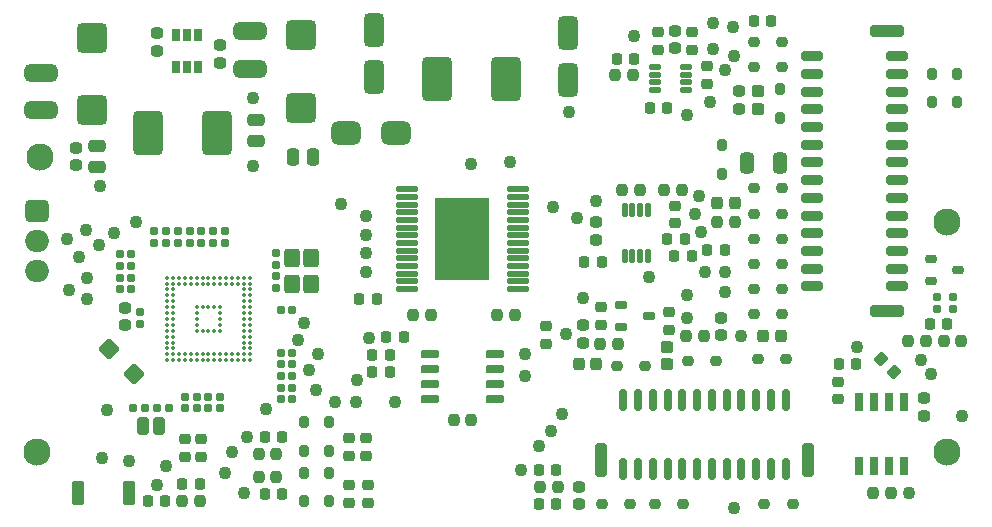
<source format=gts>
G04*
G04 #@! TF.GenerationSoftware,Altium Limited,Altium Designer,22.6.1 (34)*
G04*
G04 Layer_Color=8388736*
%FSLAX44Y44*%
%MOMM*%
G71*
G04*
G04 #@! TF.SameCoordinates,0BC7250A-E466-409B-9AFC-A4DADF5EADDD*
G04*
G04*
G04 #@! TF.FilePolarity,Negative*
G04*
G01*
G75*
G04:AMPARAMS|DCode=58|XSize=3.7mm|YSize=2.5mm|CornerRadius=0.35mm|HoleSize=0mm|Usage=FLASHONLY|Rotation=270.000|XOffset=0mm|YOffset=0mm|HoleType=Round|Shape=RoundedRectangle|*
%AMROUNDEDRECTD58*
21,1,3.7000,1.8000,0,0,270.0*
21,1,3.0000,2.5000,0,0,270.0*
1,1,0.7000,-0.9000,-1.5000*
1,1,0.7000,-0.9000,1.5000*
1,1,0.7000,0.9000,1.5000*
1,1,0.7000,0.9000,-1.5000*
%
%ADD58ROUNDEDRECTD58*%
%ADD59C,1.1000*%
G04:AMPARAMS|DCode=60|XSize=1.4mm|YSize=1.4mm|CornerRadius=0.2125mm|HoleSize=0mm|Usage=FLASHONLY|Rotation=45.000|XOffset=0mm|YOffset=0mm|HoleType=Round|Shape=RoundedRectangle|*
%AMROUNDEDRECTD60*
21,1,1.4000,0.9750,0,0,45.0*
21,1,0.9750,1.4000,0,0,45.0*
1,1,0.4250,0.6894,0.0000*
1,1,0.4250,0.0000,-0.6894*
1,1,0.4250,-0.6894,0.0000*
1,1,0.4250,0.0000,0.6894*
%
%ADD60ROUNDEDRECTD60*%
%ADD61R,4.6000X7.0000*%
G04:AMPARAMS|DCode=62|XSize=1.85mm|YSize=0.53mm|CornerRadius=0.1575mm|HoleSize=0mm|Usage=FLASHONLY|Rotation=180.000|XOffset=0mm|YOffset=0mm|HoleType=Round|Shape=RoundedRectangle|*
%AMROUNDEDRECTD62*
21,1,1.8500,0.2150,0,0,180.0*
21,1,1.5350,0.5300,0,0,180.0*
1,1,0.3150,-0.7675,0.1075*
1,1,0.3150,0.7675,0.1075*
1,1,0.3150,0.7675,-0.1075*
1,1,0.3150,-0.7675,-0.1075*
%
%ADD62ROUNDEDRECTD62*%
G04:AMPARAMS|DCode=63|XSize=0.7mm|YSize=1.1mm|CornerRadius=0.2mm|HoleSize=0mm|Usage=FLASHONLY|Rotation=180.000|XOffset=0mm|YOffset=0mm|HoleType=Round|Shape=RoundedRectangle|*
%AMROUNDEDRECTD63*
21,1,0.7000,0.7000,0,0,180.0*
21,1,0.3000,1.1000,0,0,180.0*
1,1,0.4000,-0.1500,0.3500*
1,1,0.4000,0.1500,0.3500*
1,1,0.4000,0.1500,-0.3500*
1,1,0.4000,-0.1500,-0.3500*
%
%ADD63ROUNDEDRECTD63*%
G04:AMPARAMS|DCode=64|XSize=0.75mm|YSize=1.55mm|CornerRadius=0.2125mm|HoleSize=0mm|Usage=FLASHONLY|Rotation=180.000|XOffset=0mm|YOffset=0mm|HoleType=Round|Shape=RoundedRectangle|*
%AMROUNDEDRECTD64*
21,1,0.7500,1.1250,0,0,180.0*
21,1,0.3250,1.5500,0,0,180.0*
1,1,0.4250,-0.1625,0.5625*
1,1,0.4250,0.1625,0.5625*
1,1,0.4250,0.1625,-0.5625*
1,1,0.4250,-0.1625,-0.5625*
%
%ADD64ROUNDEDRECTD64*%
G04:AMPARAMS|DCode=65|XSize=0.85mm|YSize=0.95mm|CornerRadius=0.2375mm|HoleSize=0mm|Usage=FLASHONLY|Rotation=90.000|XOffset=0mm|YOffset=0mm|HoleType=Round|Shape=RoundedRectangle|*
%AMROUNDEDRECTD65*
21,1,0.8500,0.4750,0,0,90.0*
21,1,0.3750,0.9500,0,0,90.0*
1,1,0.4750,0.2375,0.1875*
1,1,0.4750,0.2375,-0.1875*
1,1,0.4750,-0.2375,-0.1875*
1,1,0.4750,-0.2375,0.1875*
%
%ADD65ROUNDEDRECTD65*%
G04:AMPARAMS|DCode=66|XSize=0.8mm|YSize=1.85mm|CornerRadius=0mm|HoleSize=0mm|Usage=FLASHONLY|Rotation=90.000|XOffset=0mm|YOffset=0mm|HoleType=Round|Shape=Octagon|*
%AMOCTAGOND66*
4,1,8,-0.9250,-0.2000,-0.9250,0.2000,-0.7250,0.4000,0.7250,0.4000,0.9250,0.2000,0.9250,-0.2000,0.7250,-0.4000,-0.7250,-0.4000,-0.9250,-0.2000,0.0*
%
%ADD66OCTAGOND66*%

G04:AMPARAMS|DCode=67|XSize=1.1mm|YSize=2.9mm|CornerRadius=0mm|HoleSize=0mm|Usage=FLASHONLY|Rotation=90.000|XOffset=0mm|YOffset=0mm|HoleType=Round|Shape=Octagon|*
%AMOCTAGOND67*
4,1,8,-1.4500,-0.2750,-1.4500,0.2750,-1.1750,0.5500,1.1750,0.5500,1.4500,0.2750,1.4500,-0.2750,1.1750,-0.5500,-1.1750,-0.5500,-1.4500,-0.2750,0.0*
%
%ADD67OCTAGOND67*%

G04:AMPARAMS|DCode=68|XSize=1.1mm|YSize=2.9mm|CornerRadius=0mm|HoleSize=0mm|Usage=FLASHONLY|Rotation=0.000|XOffset=0mm|YOffset=0mm|HoleType=Round|Shape=Octagon|*
%AMOCTAGOND68*
4,1,8,-0.2750,1.4500,0.2750,1.4500,0.5500,1.1750,0.5500,-1.1750,0.2750,-1.4500,-0.2750,-1.4500,-0.5500,-1.1750,-0.5500,1.1750,-0.2750,1.4500,0.0*
%
%ADD68OCTAGOND68*%

G04:AMPARAMS|DCode=69|XSize=0.7mm|YSize=1.85mm|CornerRadius=0mm|HoleSize=0mm|Usage=FLASHONLY|Rotation=0.000|XOffset=0mm|YOffset=0mm|HoleType=Round|Shape=Octagon|*
%AMOCTAGOND69*
4,1,8,-0.1750,0.9250,0.1750,0.9250,0.3500,0.7500,0.3500,-0.7500,0.1750,-0.9250,-0.1750,-0.9250,-0.3500,-0.7500,-0.3500,0.7500,-0.1750,0.9250,0.0*
%
%ADD69OCTAGOND69*%

G04:AMPARAMS|DCode=70|XSize=1.54mm|YSize=1.29mm|CornerRadius=0.2138mm|HoleSize=0mm|Usage=FLASHONLY|Rotation=270.000|XOffset=0mm|YOffset=0mm|HoleType=Round|Shape=RoundedRectangle|*
%AMROUNDEDRECTD70*
21,1,1.5400,0.8625,0,0,270.0*
21,1,1.1125,1.2900,0,0,270.0*
1,1,0.4275,-0.4313,-0.5563*
1,1,0.4275,-0.4313,0.5563*
1,1,0.4275,0.4313,0.5563*
1,1,0.4275,0.4313,-0.5563*
%
%ADD70ROUNDEDRECTD70*%
G04:AMPARAMS|DCode=71|XSize=1.8mm|YSize=1.15mm|CornerRadius=0.3125mm|HoleSize=0mm|Usage=FLASHONLY|Rotation=270.000|XOffset=0mm|YOffset=0mm|HoleType=Round|Shape=RoundedRectangle|*
%AMROUNDEDRECTD71*
21,1,1.8000,0.5250,0,0,270.0*
21,1,1.1750,1.1500,0,0,270.0*
1,1,0.6250,-0.2625,-0.5875*
1,1,0.6250,-0.2625,0.5875*
1,1,0.6250,0.2625,0.5875*
1,1,0.6250,0.2625,-0.5875*
%
%ADD71ROUNDEDRECTD71*%
G04:AMPARAMS|DCode=72|XSize=0.96mm|YSize=1.46mm|CornerRadius=0.18mm|HoleSize=0mm|Usage=FLASHONLY|Rotation=180.000|XOffset=0mm|YOffset=0mm|HoleType=Round|Shape=RoundedRectangle|*
%AMROUNDEDRECTD72*
21,1,0.9600,1.1000,0,0,180.0*
21,1,0.6000,1.4600,0,0,180.0*
1,1,0.3600,-0.3000,0.5500*
1,1,0.3600,0.3000,0.5500*
1,1,0.3600,0.3000,-0.5500*
1,1,0.3600,-0.3000,-0.5500*
%
%ADD72ROUNDEDRECTD72*%
G04:AMPARAMS|DCode=73|XSize=2mm|YSize=2.5mm|CornerRadius=0.525mm|HoleSize=0mm|Usage=FLASHONLY|Rotation=90.000|XOffset=0mm|YOffset=0mm|HoleType=Round|Shape=RoundedRectangle|*
%AMROUNDEDRECTD73*
21,1,2.0000,1.4500,0,0,90.0*
21,1,0.9500,2.5000,0,0,90.0*
1,1,1.0500,0.7250,0.4750*
1,1,1.0500,0.7250,-0.4750*
1,1,1.0500,-0.7250,-0.4750*
1,1,1.0500,-0.7250,0.4750*
%
%ADD73ROUNDEDRECTD73*%
G04:AMPARAMS|DCode=74|XSize=1.7mm|YSize=2.8mm|CornerRadius=0.37mm|HoleSize=0mm|Usage=FLASHONLY|Rotation=180.000|XOffset=0mm|YOffset=0mm|HoleType=Round|Shape=RoundedRectangle|*
%AMROUNDEDRECTD74*
21,1,1.7000,2.0600,0,0,180.0*
21,1,0.9600,2.8000,0,0,180.0*
1,1,0.7400,-0.4800,1.0300*
1,1,0.7400,0.4800,1.0300*
1,1,0.7400,0.4800,-1.0300*
1,1,0.7400,-0.4800,-1.0300*
%
%ADD74ROUNDEDRECTD74*%
%ADD75C,0.3400*%
G04:AMPARAMS|DCode=76|XSize=1mm|YSize=2.1mm|CornerRadius=0.1625mm|HoleSize=0mm|Usage=FLASHONLY|Rotation=0.000|XOffset=0mm|YOffset=0mm|HoleType=Round|Shape=RoundedRectangle|*
%AMROUNDEDRECTD76*
21,1,1.0000,1.7750,0,0,0.0*
21,1,0.6750,2.1000,0,0,0.0*
1,1,0.3250,0.3375,-0.8875*
1,1,0.3250,-0.3375,-0.8875*
1,1,0.3250,-0.3375,0.8875*
1,1,0.3250,0.3375,0.8875*
%
%ADD76ROUNDEDRECTD76*%
G04:AMPARAMS|DCode=77|XSize=1.05mm|YSize=0.95mm|CornerRadius=0.2625mm|HoleSize=0mm|Usage=FLASHONLY|Rotation=0.000|XOffset=0mm|YOffset=0mm|HoleType=Round|Shape=RoundedRectangle|*
%AMROUNDEDRECTD77*
21,1,1.0500,0.4250,0,0,0.0*
21,1,0.5250,0.9500,0,0,0.0*
1,1,0.5250,0.2625,-0.2125*
1,1,0.5250,-0.2625,-0.2125*
1,1,0.5250,-0.2625,0.2125*
1,1,0.5250,0.2625,0.2125*
%
%ADD77ROUNDEDRECTD77*%
G04:AMPARAMS|DCode=78|XSize=1.05mm|YSize=0.95mm|CornerRadius=0.2625mm|HoleSize=0mm|Usage=FLASHONLY|Rotation=270.000|XOffset=0mm|YOffset=0mm|HoleType=Round|Shape=RoundedRectangle|*
%AMROUNDEDRECTD78*
21,1,1.0500,0.4250,0,0,270.0*
21,1,0.5250,0.9500,0,0,270.0*
1,1,0.5250,-0.2125,-0.2625*
1,1,0.5250,-0.2125,0.2625*
1,1,0.5250,0.2125,0.2625*
1,1,0.5250,0.2125,-0.2625*
%
%ADD78ROUNDEDRECTD78*%
G04:AMPARAMS|DCode=79|XSize=2.6mm|YSize=2.55mm|CornerRadius=0.4787mm|HoleSize=0mm|Usage=FLASHONLY|Rotation=180.000|XOffset=0mm|YOffset=0mm|HoleType=Round|Shape=RoundedRectangle|*
%AMROUNDEDRECTD79*
21,1,2.6000,1.5925,0,0,180.0*
21,1,1.6425,2.5500,0,0,180.0*
1,1,0.9575,-0.8213,0.7963*
1,1,0.9575,0.8213,0.7963*
1,1,0.9575,0.8213,-0.7963*
1,1,0.9575,-0.8213,-0.7963*
%
%ADD79ROUNDEDRECTD79*%
G04:AMPARAMS|DCode=80|XSize=2.8mm|YSize=1.45mm|CornerRadius=0.3875mm|HoleSize=0mm|Usage=FLASHONLY|Rotation=180.000|XOffset=0mm|YOffset=0mm|HoleType=Round|Shape=RoundedRectangle|*
%AMROUNDEDRECTD80*
21,1,2.8000,0.6750,0,0,180.0*
21,1,2.0250,1.4500,0,0,180.0*
1,1,0.7750,-1.0125,0.3375*
1,1,0.7750,1.0125,0.3375*
1,1,0.7750,1.0125,-0.3375*
1,1,0.7750,-1.0125,-0.3375*
%
%ADD80ROUNDEDRECTD80*%
G04:AMPARAMS|DCode=81|XSize=0.75mm|YSize=0.65mm|CornerRadius=0.1875mm|HoleSize=0mm|Usage=FLASHONLY|Rotation=180.000|XOffset=0mm|YOffset=0mm|HoleType=Round|Shape=RoundedRectangle|*
%AMROUNDEDRECTD81*
21,1,0.7500,0.2750,0,0,180.0*
21,1,0.3750,0.6500,0,0,180.0*
1,1,0.3750,-0.1875,0.1375*
1,1,0.3750,0.1875,0.1375*
1,1,0.3750,0.1875,-0.1375*
1,1,0.3750,-0.1875,-0.1375*
%
%ADD81ROUNDEDRECTD81*%
G04:AMPARAMS|DCode=82|XSize=0.75mm|YSize=0.65mm|CornerRadius=0.1875mm|HoleSize=0mm|Usage=FLASHONLY|Rotation=90.000|XOffset=0mm|YOffset=0mm|HoleType=Round|Shape=RoundedRectangle|*
%AMROUNDEDRECTD82*
21,1,0.7500,0.2750,0,0,90.0*
21,1,0.3750,0.6500,0,0,90.0*
1,1,0.3750,0.1375,0.1875*
1,1,0.3750,0.1375,-0.1875*
1,1,0.3750,-0.1375,-0.1875*
1,1,0.3750,-0.1375,0.1875*
%
%ADD82ROUNDEDRECTD82*%
G04:AMPARAMS|DCode=83|XSize=1.05mm|YSize=0.95mm|CornerRadius=0.2625mm|HoleSize=0mm|Usage=FLASHONLY|Rotation=45.000|XOffset=0mm|YOffset=0mm|HoleType=Round|Shape=RoundedRectangle|*
%AMROUNDEDRECTD83*
21,1,1.0500,0.4250,0,0,45.0*
21,1,0.5250,0.9500,0,0,45.0*
1,1,0.5250,0.3359,0.0354*
1,1,0.5250,-0.0354,-0.3359*
1,1,0.5250,-0.3359,-0.0354*
1,1,0.5250,0.0354,0.3359*
%
%ADD83ROUNDEDRECTD83*%
G04:AMPARAMS|DCode=84|XSize=0.75mm|YSize=0.95mm|CornerRadius=0.2125mm|HoleSize=0mm|Usage=FLASHONLY|Rotation=90.000|XOffset=0mm|YOffset=0mm|HoleType=Round|Shape=RoundedRectangle|*
%AMROUNDEDRECTD84*
21,1,0.7500,0.5250,0,0,90.0*
21,1,0.3250,0.9500,0,0,90.0*
1,1,0.4250,0.2625,0.1625*
1,1,0.4250,0.2625,-0.1625*
1,1,0.4250,-0.2625,-0.1625*
1,1,0.4250,-0.2625,0.1625*
%
%ADD84ROUNDEDRECTD84*%
G04:AMPARAMS|DCode=85|XSize=0.85mm|YSize=0.95mm|CornerRadius=0.2375mm|HoleSize=0mm|Usage=FLASHONLY|Rotation=0.000|XOffset=0mm|YOffset=0mm|HoleType=Round|Shape=RoundedRectangle|*
%AMROUNDEDRECTD85*
21,1,0.8500,0.4750,0,0,0.0*
21,1,0.3750,0.9500,0,0,0.0*
1,1,0.4750,0.1875,-0.2375*
1,1,0.4750,-0.1875,-0.2375*
1,1,0.4750,-0.1875,0.2375*
1,1,0.4750,0.1875,0.2375*
%
%ADD85ROUNDEDRECTD85*%
G04:AMPARAMS|DCode=86|XSize=1.08mm|YSize=1.02mm|CornerRadius=0.28mm|HoleSize=0mm|Usage=FLASHONLY|Rotation=270.000|XOffset=0mm|YOffset=0mm|HoleType=Round|Shape=RoundedRectangle|*
%AMROUNDEDRECTD86*
21,1,1.0800,0.4600,0,0,270.0*
21,1,0.5200,1.0200,0,0,270.0*
1,1,0.5600,-0.2300,-0.2600*
1,1,0.5600,-0.2300,0.2600*
1,1,0.5600,0.2300,0.2600*
1,1,0.5600,0.2300,-0.2600*
%
%ADD86ROUNDEDRECTD86*%
G04:AMPARAMS|DCode=87|XSize=1.08mm|YSize=1.02mm|CornerRadius=0.28mm|HoleSize=0mm|Usage=FLASHONLY|Rotation=0.000|XOffset=0mm|YOffset=0mm|HoleType=Round|Shape=RoundedRectangle|*
%AMROUNDEDRECTD87*
21,1,1.0800,0.4600,0,0,0.0*
21,1,0.5200,1.0200,0,0,0.0*
1,1,0.5600,0.2600,-0.2300*
1,1,0.5600,-0.2600,-0.2300*
1,1,0.5600,-0.2600,0.2300*
1,1,0.5600,0.2600,0.2300*
%
%ADD87ROUNDEDRECTD87*%
G04:AMPARAMS|DCode=88|XSize=0.72mm|YSize=0.66mm|CornerRadius=0.19mm|HoleSize=0mm|Usage=FLASHONLY|Rotation=180.000|XOffset=0mm|YOffset=0mm|HoleType=Round|Shape=RoundedRectangle|*
%AMROUNDEDRECTD88*
21,1,0.7200,0.2800,0,0,180.0*
21,1,0.3400,0.6600,0,0,180.0*
1,1,0.3800,-0.1700,0.1400*
1,1,0.3800,0.1700,0.1400*
1,1,0.3800,0.1700,-0.1400*
1,1,0.3800,-0.1700,-0.1400*
%
%ADD88ROUNDEDRECTD88*%
G04:AMPARAMS|DCode=89|XSize=0.75mm|YSize=1mm|CornerRadius=0.2125mm|HoleSize=0mm|Usage=FLASHONLY|Rotation=90.000|XOffset=0mm|YOffset=0mm|HoleType=Round|Shape=RoundedRectangle|*
%AMROUNDEDRECTD89*
21,1,0.7500,0.5750,0,0,90.0*
21,1,0.3250,1.0000,0,0,90.0*
1,1,0.4250,0.2875,0.1625*
1,1,0.4250,0.2875,-0.1625*
1,1,0.4250,-0.2875,-0.1625*
1,1,0.4250,-0.2875,0.1625*
%
%ADD89ROUNDEDRECTD89*%
G04:AMPARAMS|DCode=90|XSize=1mm|YSize=0.9mm|CornerRadius=0.25mm|HoleSize=0mm|Usage=FLASHONLY|Rotation=270.000|XOffset=0mm|YOffset=0mm|HoleType=Round|Shape=RoundedRectangle|*
%AMROUNDEDRECTD90*
21,1,1.0000,0.4000,0,0,270.0*
21,1,0.5000,0.9000,0,0,270.0*
1,1,0.5000,-0.2000,-0.2500*
1,1,0.5000,-0.2000,0.2500*
1,1,0.5000,0.2000,0.2500*
1,1,0.5000,0.2000,-0.2500*
%
%ADD90ROUNDEDRECTD90*%
G04:AMPARAMS|DCode=91|XSize=1.45mm|YSize=1.05mm|CornerRadius=0.2875mm|HoleSize=0mm|Usage=FLASHONLY|Rotation=270.000|XOffset=0mm|YOffset=0mm|HoleType=Round|Shape=RoundedRectangle|*
%AMROUNDEDRECTD91*
21,1,1.4500,0.4750,0,0,270.0*
21,1,0.8750,1.0500,0,0,270.0*
1,1,0.5750,-0.2375,-0.4375*
1,1,0.5750,-0.2375,0.4375*
1,1,0.5750,0.2375,0.4375*
1,1,0.5750,0.2375,-0.4375*
%
%ADD91ROUNDEDRECTD91*%
G04:AMPARAMS|DCode=92|XSize=1.45mm|YSize=1.05mm|CornerRadius=0.2875mm|HoleSize=0mm|Usage=FLASHONLY|Rotation=180.000|XOffset=0mm|YOffset=0mm|HoleType=Round|Shape=RoundedRectangle|*
%AMROUNDEDRECTD92*
21,1,1.4500,0.4750,0,0,180.0*
21,1,0.8750,1.0500,0,0,180.0*
1,1,0.5750,-0.4375,0.2375*
1,1,0.5750,0.4375,0.2375*
1,1,0.5750,0.4375,-0.2375*
1,1,0.5750,-0.4375,-0.2375*
%
%ADD92ROUNDEDRECTD92*%
G04:AMPARAMS|DCode=93|XSize=1mm|YSize=0.9mm|CornerRadius=0.25mm|HoleSize=0mm|Usage=FLASHONLY|Rotation=0.000|XOffset=0mm|YOffset=0mm|HoleType=Round|Shape=RoundedRectangle|*
%AMROUNDEDRECTD93*
21,1,1.0000,0.4000,0,0,0.0*
21,1,0.5000,0.9000,0,0,0.0*
1,1,0.5000,0.2500,-0.2000*
1,1,0.5000,-0.2500,-0.2000*
1,1,0.5000,-0.2500,0.2000*
1,1,0.5000,0.2500,0.2000*
%
%ADD93ROUNDEDRECTD93*%
G04:AMPARAMS|DCode=94|XSize=0.7mm|YSize=0.7mm|CornerRadius=0.125mm|HoleSize=0mm|Usage=FLASHONLY|Rotation=0.000|XOffset=0mm|YOffset=0mm|HoleType=Round|Shape=RoundedRectangle|*
%AMROUNDEDRECTD94*
21,1,0.7000,0.4500,0,0,0.0*
21,1,0.4500,0.7000,0,0,0.0*
1,1,0.2500,0.2250,-0.2250*
1,1,0.2500,-0.2250,-0.2250*
1,1,0.2500,-0.2250,0.2250*
1,1,0.2500,0.2250,0.2250*
%
%ADD94ROUNDEDRECTD94*%
G04:AMPARAMS|DCode=95|XSize=0.7mm|YSize=0.7mm|CornerRadius=0.125mm|HoleSize=0mm|Usage=FLASHONLY|Rotation=270.000|XOffset=0mm|YOffset=0mm|HoleType=Round|Shape=RoundedRectangle|*
%AMROUNDEDRECTD95*
21,1,0.7000,0.4500,0,0,270.0*
21,1,0.4500,0.7000,0,0,270.0*
1,1,0.2500,-0.2250,-0.2250*
1,1,0.2500,-0.2250,0.2250*
1,1,0.2500,0.2250,0.2250*
1,1,0.2500,0.2250,-0.2250*
%
%ADD95ROUNDEDRECTD95*%
G04:AMPARAMS|DCode=96|XSize=0.75mm|YSize=1.55mm|CornerRadius=0.2125mm|HoleSize=0mm|Usage=FLASHONLY|Rotation=270.000|XOffset=0mm|YOffset=0mm|HoleType=Round|Shape=RoundedRectangle|*
%AMROUNDEDRECTD96*
21,1,0.7500,1.1250,0,0,270.0*
21,1,0.3250,1.5500,0,0,270.0*
1,1,0.4250,-0.5625,-0.1625*
1,1,0.4250,-0.5625,0.1625*
1,1,0.4250,0.5625,0.1625*
1,1,0.4250,0.5625,-0.1625*
%
%ADD96ROUNDEDRECTD96*%
G04:AMPARAMS|DCode=97|XSize=0.55mm|YSize=1.1mm|CornerRadius=0.1625mm|HoleSize=0mm|Usage=FLASHONLY|Rotation=90.000|XOffset=0mm|YOffset=0mm|HoleType=Round|Shape=RoundedRectangle|*
%AMROUNDEDRECTD97*
21,1,0.5500,0.7750,0,0,90.0*
21,1,0.2250,1.1000,0,0,90.0*
1,1,0.3250,0.3875,0.1125*
1,1,0.3250,0.3875,-0.1125*
1,1,0.3250,-0.3875,-0.1125*
1,1,0.3250,-0.3875,0.1125*
%
%ADD97ROUNDEDRECTD97*%
G04:AMPARAMS|DCode=98|XSize=0.48mm|YSize=1.18mm|CornerRadius=0.14mm|HoleSize=0mm|Usage=FLASHONLY|Rotation=0.000|XOffset=0mm|YOffset=0mm|HoleType=Round|Shape=RoundedRectangle|*
%AMROUNDEDRECTD98*
21,1,0.4800,0.9000,0,0,0.0*
21,1,0.2000,1.1800,0,0,0.0*
1,1,0.2800,0.1000,-0.4500*
1,1,0.2800,-0.1000,-0.4500*
1,1,0.2800,-0.1000,0.4500*
1,1,0.2800,0.1000,0.4500*
%
%ADD98ROUNDEDRECTD98*%
%ADD99O,2.0000X1.9000*%
G04:AMPARAMS|DCode=100|XSize=1.9mm|YSize=2mm|CornerRadius=0.41mm|HoleSize=0mm|Usage=FLASHONLY|Rotation=270.000|XOffset=0mm|YOffset=0mm|HoleType=Round|Shape=RoundedRectangle|*
%AMROUNDEDRECTD100*
21,1,1.9000,1.1800,0,0,270.0*
21,1,1.0800,2.0000,0,0,270.0*
1,1,0.8200,-0.5900,-0.5400*
1,1,0.8200,-0.5900,0.5400*
1,1,0.8200,0.5900,0.5400*
1,1,0.8200,0.5900,-0.5400*
%
%ADD100ROUNDEDRECTD100*%
%ADD101C,2.3000*%
D58*
X118500Y330000D02*
D03*
X177000D02*
D03*
X363500Y376000D02*
D03*
X422000D02*
D03*
D59*
X392000Y304000D02*
D03*
X475000Y347500D02*
D03*
X208000Y302000D02*
D03*
Y360000D02*
D03*
X78000Y285000D02*
D03*
X615000Y12500D02*
D03*
X763000Y25000D02*
D03*
X219000Y96000D02*
D03*
X328000Y102000D02*
D03*
X460000Y78000D02*
D03*
X184000Y42000D02*
D03*
X202500Y72500D02*
D03*
X200000Y25000D02*
D03*
X190000Y60000D02*
D03*
X450000Y65000D02*
D03*
X435000Y45000D02*
D03*
X469000Y92000D02*
D03*
X473000Y160000D02*
D03*
X425000Y305000D02*
D03*
X621000Y158000D02*
D03*
X303000Y228000D02*
D03*
Y212000D02*
D03*
Y260000D02*
D03*
Y244000D02*
D03*
X487000Y190000D02*
D03*
X575000Y173000D02*
D03*
X462000Y267000D02*
D03*
X585000Y277000D02*
D03*
X126000Y32000D02*
D03*
X306000Y156000D02*
D03*
X296000Y121000D02*
D03*
X84000Y95000D02*
D03*
X77500Y235000D02*
D03*
X575000Y345000D02*
D03*
X109000Y255000D02*
D03*
X90000Y245000D02*
D03*
X595000Y356000D02*
D03*
X597000Y423000D02*
D03*
X530000Y412000D02*
D03*
X66000Y248000D02*
D03*
X615000Y395000D02*
D03*
X50000Y240000D02*
D03*
X597000Y401000D02*
D03*
X607000Y383000D02*
D03*
X614000Y420000D02*
D03*
X67500Y207500D02*
D03*
X52000Y197000D02*
D03*
X582000Y261000D02*
D03*
X498000Y272000D02*
D03*
X482000Y258000D02*
D03*
X587000Y246000D02*
D03*
X246000Y155000D02*
D03*
X590000Y212500D02*
D03*
X255000Y129000D02*
D03*
X543000Y208000D02*
D03*
X607500Y195000D02*
D03*
Y212500D02*
D03*
X251000Y169000D02*
D03*
X263000Y143000D02*
D03*
X773000Y138000D02*
D03*
X261000Y112000D02*
D03*
X782000Y126000D02*
D03*
X67000Y189000D02*
D03*
X575000Y192500D02*
D03*
X808000Y90000D02*
D03*
X134000Y48000D02*
D03*
X438000Y124000D02*
D03*
X102500Y52500D02*
D03*
X719000Y149000D02*
D03*
X277000Y102000D02*
D03*
X295000Y102500D02*
D03*
X80000Y55000D02*
D03*
X438000Y143000D02*
D03*
X60000Y225000D02*
D03*
X282500Y270000D02*
D03*
D60*
X106997Y125498D02*
D03*
X85784Y146711D02*
D03*
D61*
X385000Y240000D02*
D03*
D62*
X338000Y197750D02*
D03*
Y204250D02*
D03*
Y210750D02*
D03*
Y217250D02*
D03*
Y223750D02*
D03*
Y230250D02*
D03*
Y236750D02*
D03*
Y243250D02*
D03*
Y249750D02*
D03*
Y256250D02*
D03*
Y262750D02*
D03*
Y269250D02*
D03*
Y275750D02*
D03*
Y282250D02*
D03*
X432000D02*
D03*
Y275750D02*
D03*
Y269250D02*
D03*
Y262750D02*
D03*
Y256250D02*
D03*
Y249750D02*
D03*
Y243250D02*
D03*
Y236750D02*
D03*
Y230250D02*
D03*
Y223750D02*
D03*
Y217250D02*
D03*
Y210750D02*
D03*
Y204250D02*
D03*
Y197750D02*
D03*
D63*
X142500Y412500D02*
D03*
X152000D02*
D03*
X161500D02*
D03*
Y385500D02*
D03*
X152000D02*
D03*
X142500D02*
D03*
D64*
X720950Y47750D02*
D03*
X733650D02*
D03*
X746350D02*
D03*
X759050D02*
D03*
X720950Y102250D02*
D03*
X733650D02*
D03*
X746350D02*
D03*
X759050D02*
D03*
D65*
X576000Y136500D02*
D03*
X600000D02*
D03*
X572000Y16250D02*
D03*
X548000D02*
D03*
X527000D02*
D03*
X503000D02*
D03*
X516000Y133000D02*
D03*
X540000D02*
D03*
X659000Y139000D02*
D03*
X635000D02*
D03*
X656000Y240000D02*
D03*
X632000D02*
D03*
X656000Y261000D02*
D03*
X632000D02*
D03*
X656000Y198000D02*
D03*
X632000D02*
D03*
X656000Y219000D02*
D03*
X632000D02*
D03*
X656000Y283000D02*
D03*
X632000D02*
D03*
X656000Y177000D02*
D03*
X632000D02*
D03*
X656000Y386000D02*
D03*
X632000D02*
D03*
X656000Y407000D02*
D03*
X632000D02*
D03*
X640500Y16250D02*
D03*
X664500D02*
D03*
D66*
X753250Y200000D02*
D03*
X680750D02*
D03*
X753250Y215000D02*
D03*
X680750D02*
D03*
X753250Y230000D02*
D03*
X680750D02*
D03*
X753250Y245000D02*
D03*
X680750D02*
D03*
X753250Y260000D02*
D03*
X680750D02*
D03*
X753250Y275000D02*
D03*
X680750D02*
D03*
X753250Y290000D02*
D03*
X680750D02*
D03*
X753250Y305000D02*
D03*
X680750D02*
D03*
X753250Y320000D02*
D03*
X680750D02*
D03*
X753250Y335000D02*
D03*
X680750D02*
D03*
X753250Y350000D02*
D03*
X680750D02*
D03*
X753250Y365000D02*
D03*
X680750D02*
D03*
X753250Y380000D02*
D03*
X680750D02*
D03*
X753250Y395000D02*
D03*
X680750D02*
D03*
D67*
X744250Y179000D02*
D03*
Y416000D02*
D03*
D68*
X677250Y52750D02*
D03*
X502750D02*
D03*
D69*
X658750Y104300D02*
D03*
Y45700D02*
D03*
X646250Y104300D02*
D03*
Y45700D02*
D03*
X633750Y104300D02*
D03*
Y45700D02*
D03*
X621250Y104300D02*
D03*
Y45700D02*
D03*
X608750Y104300D02*
D03*
Y45700D02*
D03*
X596250Y104300D02*
D03*
Y45700D02*
D03*
X583750Y104300D02*
D03*
Y45700D02*
D03*
X571250Y104300D02*
D03*
Y45700D02*
D03*
X558750Y104300D02*
D03*
Y45700D02*
D03*
X546250Y104300D02*
D03*
Y45700D02*
D03*
X533750Y104300D02*
D03*
Y45700D02*
D03*
X521250Y104300D02*
D03*
Y45700D02*
D03*
D70*
X241000Y224500D02*
D03*
Y202500D02*
D03*
X257000D02*
D03*
Y224500D02*
D03*
D71*
X625750Y304500D02*
D03*
X654250D02*
D03*
D72*
X114500Y81500D02*
D03*
X128500D02*
D03*
D73*
X328497Y330000D02*
D03*
X286497D02*
D03*
D74*
X310000Y377500D02*
D03*
Y417500D02*
D03*
X474502Y375000D02*
D03*
Y415000D02*
D03*
D75*
X135000Y137498D02*
D03*
Y142498D02*
D03*
Y147498D02*
D03*
Y152498D02*
D03*
Y157498D02*
D03*
Y162498D02*
D03*
Y167498D02*
D03*
Y172498D02*
D03*
Y177498D02*
D03*
Y182498D02*
D03*
Y187498D02*
D03*
Y192498D02*
D03*
Y197498D02*
D03*
Y202498D02*
D03*
Y207498D02*
D03*
X140000Y137498D02*
D03*
Y142498D02*
D03*
Y147498D02*
D03*
Y152498D02*
D03*
Y157498D02*
D03*
Y162498D02*
D03*
Y167498D02*
D03*
Y172498D02*
D03*
Y177498D02*
D03*
Y182498D02*
D03*
Y187498D02*
D03*
Y192498D02*
D03*
Y197498D02*
D03*
Y202498D02*
D03*
Y207498D02*
D03*
X145000Y137498D02*
D03*
Y142498D02*
D03*
Y202498D02*
D03*
Y207498D02*
D03*
X150000Y137498D02*
D03*
Y142498D02*
D03*
Y202498D02*
D03*
Y207498D02*
D03*
X155000Y137498D02*
D03*
Y142498D02*
D03*
Y202498D02*
D03*
Y207498D02*
D03*
X160000Y137498D02*
D03*
Y142498D02*
D03*
Y162498D02*
D03*
Y167498D02*
D03*
Y172498D02*
D03*
Y177498D02*
D03*
Y182498D02*
D03*
Y202498D02*
D03*
Y207498D02*
D03*
X165000Y137498D02*
D03*
Y142498D02*
D03*
Y162498D02*
D03*
Y182498D02*
D03*
Y202498D02*
D03*
Y207498D02*
D03*
X170000Y137498D02*
D03*
Y142498D02*
D03*
Y162498D02*
D03*
Y182498D02*
D03*
Y202498D02*
D03*
Y207498D02*
D03*
X175000Y137498D02*
D03*
Y142498D02*
D03*
Y162498D02*
D03*
Y182498D02*
D03*
Y202498D02*
D03*
Y207498D02*
D03*
X180000Y137498D02*
D03*
Y142498D02*
D03*
Y162498D02*
D03*
Y167498D02*
D03*
Y172498D02*
D03*
Y177498D02*
D03*
Y182498D02*
D03*
Y202498D02*
D03*
Y207498D02*
D03*
X185000Y137498D02*
D03*
Y142498D02*
D03*
Y202498D02*
D03*
Y207498D02*
D03*
X190000Y137498D02*
D03*
Y142498D02*
D03*
Y202498D02*
D03*
Y207498D02*
D03*
X195000Y137498D02*
D03*
Y142498D02*
D03*
Y202498D02*
D03*
Y207498D02*
D03*
X200000Y137498D02*
D03*
Y142498D02*
D03*
Y147498D02*
D03*
Y152498D02*
D03*
Y157498D02*
D03*
Y162498D02*
D03*
Y167498D02*
D03*
Y172498D02*
D03*
Y177498D02*
D03*
Y182498D02*
D03*
Y187498D02*
D03*
Y192498D02*
D03*
Y197498D02*
D03*
Y202498D02*
D03*
Y207498D02*
D03*
X205000Y137498D02*
D03*
Y142498D02*
D03*
Y147498D02*
D03*
Y152498D02*
D03*
Y157498D02*
D03*
Y162498D02*
D03*
Y167498D02*
D03*
Y172498D02*
D03*
Y177498D02*
D03*
Y182498D02*
D03*
Y187498D02*
D03*
Y192498D02*
D03*
Y197498D02*
D03*
Y202498D02*
D03*
Y207498D02*
D03*
D76*
X102500Y25000D02*
D03*
X59500D02*
D03*
D77*
X484000Y15500D02*
D03*
Y30500D02*
D03*
X126000Y399500D02*
D03*
Y414500D02*
D03*
X180000Y389500D02*
D03*
Y404500D02*
D03*
X58000Y317500D02*
D03*
Y302500D02*
D03*
X487000Y152500D02*
D03*
Y167500D02*
D03*
X604000Y173500D02*
D03*
Y158500D02*
D03*
X619000Y365500D02*
D03*
Y350500D02*
D03*
X99000Y182000D02*
D03*
Y167000D02*
D03*
X565000Y401500D02*
D03*
Y416500D02*
D03*
X498000Y239500D02*
D03*
Y254500D02*
D03*
X776000Y90500D02*
D03*
Y105500D02*
D03*
D78*
X501500Y151000D02*
D03*
X516500D02*
D03*
X227500Y58000D02*
D03*
X212500D02*
D03*
X227500Y39000D02*
D03*
X212500D02*
D03*
X465574Y30000D02*
D03*
X450574D02*
D03*
X414500Y176000D02*
D03*
X429500D02*
D03*
X358500D02*
D03*
X343500D02*
D03*
X589500Y158000D02*
D03*
X574500D02*
D03*
X147500Y18000D02*
D03*
X162500D02*
D03*
X392500Y87000D02*
D03*
X377500D02*
D03*
X514500Y379000D02*
D03*
X529500D02*
D03*
X570500Y282000D02*
D03*
X555500D02*
D03*
X535500D02*
D03*
X520500D02*
D03*
X615500Y255000D02*
D03*
X600500D02*
D03*
X732500Y25000D02*
D03*
X747500D02*
D03*
X807500Y154000D02*
D03*
X792500D02*
D03*
X762500D02*
D03*
X777500D02*
D03*
D79*
X248000Y351250D02*
D03*
Y412750D02*
D03*
X71498Y349250D02*
D03*
Y410750D02*
D03*
D80*
X205000Y416000D02*
D03*
Y384000D02*
D03*
X28495Y381000D02*
D03*
Y349000D02*
D03*
D81*
X112000Y168500D02*
D03*
Y178500D02*
D03*
X227000Y218500D02*
D03*
Y228500D02*
D03*
Y208500D02*
D03*
Y198500D02*
D03*
D82*
X126500Y97000D02*
D03*
X136500D02*
D03*
X116497D02*
D03*
X106497D02*
D03*
D83*
X750303Y127697D02*
D03*
X739697Y138303D02*
D03*
D84*
X781750Y223500D02*
D03*
Y204500D02*
D03*
X804250Y214000D02*
D03*
D85*
X804000Y380000D02*
D03*
Y356000D02*
D03*
X783000Y380000D02*
D03*
Y356000D02*
D03*
X654000Y367000D02*
D03*
Y343000D02*
D03*
X605000Y319500D02*
D03*
Y295500D02*
D03*
X251000Y61000D02*
D03*
Y85000D02*
D03*
X272000D02*
D03*
Y61000D02*
D03*
X251000Y42000D02*
D03*
Y18000D02*
D03*
X272000D02*
D03*
Y42000D02*
D03*
D86*
X483600Y134000D02*
D03*
X498400D02*
D03*
X654400Y158003D02*
D03*
X639600D02*
D03*
X600600Y271000D02*
D03*
X615400D02*
D03*
D87*
X558000Y134100D02*
D03*
Y148900D02*
D03*
X635000Y350600D02*
D03*
Y365400D02*
D03*
D88*
X787000Y181000D02*
D03*
Y191000D02*
D03*
X800000Y181000D02*
D03*
Y191000D02*
D03*
D89*
X519250Y184500D02*
D03*
Y165500D02*
D03*
X542750Y175000D02*
D03*
D90*
X631500Y425000D02*
D03*
X646500D02*
D03*
X217500Y72500D02*
D03*
X232500D02*
D03*
X217500Y24500D02*
D03*
X232500D02*
D03*
X464574Y45000D02*
D03*
X449574D02*
D03*
X449500Y15997D02*
D03*
X464500D02*
D03*
X312500Y189000D02*
D03*
X297500D02*
D03*
X323500Y142000D02*
D03*
X308500D02*
D03*
X320500Y157000D02*
D03*
X335500D02*
D03*
X162500Y33000D02*
D03*
X147500D02*
D03*
X118500Y18000D02*
D03*
X133500D02*
D03*
X323500Y128000D02*
D03*
X308500D02*
D03*
X543500Y351000D02*
D03*
X558500D02*
D03*
X530500Y393000D02*
D03*
X515500D02*
D03*
X488000Y221000D02*
D03*
X503000D02*
D03*
X558500Y240000D02*
D03*
X573500D02*
D03*
X579500Y226000D02*
D03*
X564500D02*
D03*
X607500Y231000D02*
D03*
X592500D02*
D03*
X703500Y134000D02*
D03*
X718500D02*
D03*
X780500Y168000D02*
D03*
X795500D02*
D03*
D91*
X241250Y310000D02*
D03*
X258750D02*
D03*
D92*
X210000Y340750D02*
D03*
Y323250D02*
D03*
X76000Y301250D02*
D03*
Y318750D02*
D03*
D93*
X303000Y56500D02*
D03*
Y71500D02*
D03*
X289000Y71500D02*
D03*
Y56500D02*
D03*
X305000Y31500D02*
D03*
Y16500D02*
D03*
X289000Y16500D02*
D03*
Y31500D02*
D03*
X456000Y151500D02*
D03*
Y166500D02*
D03*
X502000Y167500D02*
D03*
Y182500D02*
D03*
X560000Y163500D02*
D03*
Y178500D02*
D03*
X164002Y56000D02*
D03*
Y71000D02*
D03*
X150000Y71000D02*
D03*
Y56000D02*
D03*
X592000Y371500D02*
D03*
Y386500D02*
D03*
X579000Y415500D02*
D03*
Y400500D02*
D03*
X551000Y415500D02*
D03*
Y400500D02*
D03*
X565000Y268500D02*
D03*
Y253500D02*
D03*
X703000Y104500D02*
D03*
Y119500D02*
D03*
D94*
X159997Y97200D02*
D03*
Y106800D02*
D03*
X170000D02*
D03*
Y97200D02*
D03*
X180000Y106800D02*
D03*
Y97200D02*
D03*
X164007Y237200D02*
D03*
Y246800D02*
D03*
X154005Y237200D02*
D03*
Y246800D02*
D03*
X144003Y237200D02*
D03*
Y246800D02*
D03*
X134000D02*
D03*
Y237200D02*
D03*
X124000Y246800D02*
D03*
Y237200D02*
D03*
X149995Y97200D02*
D03*
Y106800D02*
D03*
X174010Y237200D02*
D03*
Y246800D02*
D03*
X184013D02*
D03*
Y237200D02*
D03*
D95*
X231200Y105000D02*
D03*
X240800D02*
D03*
X240800Y180010D02*
D03*
X231200D02*
D03*
X231200Y114000D02*
D03*
X240800D02*
D03*
X231200Y124000D02*
D03*
X240800D02*
D03*
X104300Y227500D02*
D03*
X94700D02*
D03*
X104300Y217500D02*
D03*
X94700D02*
D03*
X231200Y134000D02*
D03*
X240800D02*
D03*
X231200Y144000D02*
D03*
X240800D02*
D03*
X94700Y207500D02*
D03*
X104300D02*
D03*
X94700Y197498D02*
D03*
X104300D02*
D03*
D96*
X412250Y104950D02*
D03*
Y117650D02*
D03*
Y130350D02*
D03*
Y143050D02*
D03*
X357750Y104950D02*
D03*
Y117650D02*
D03*
Y130350D02*
D03*
Y143050D02*
D03*
D97*
X548000Y385751D02*
D03*
Y379250D02*
D03*
Y372751D02*
D03*
X574000D02*
D03*
Y379250D02*
D03*
Y385751D02*
D03*
X548000Y366250D02*
D03*
X574000D02*
D03*
D98*
X522250Y225625D02*
D03*
X528750D02*
D03*
X535250D02*
D03*
X541750D02*
D03*
X522250Y264375D02*
D03*
X528750D02*
D03*
X535250D02*
D03*
X541750D02*
D03*
D99*
X25000Y238500D02*
D03*
Y213100D02*
D03*
D100*
Y263900D02*
D03*
D101*
X24999Y60000D02*
D03*
X795000D02*
D03*
Y255000D02*
D03*
X26999Y310000D02*
D03*
M02*

</source>
